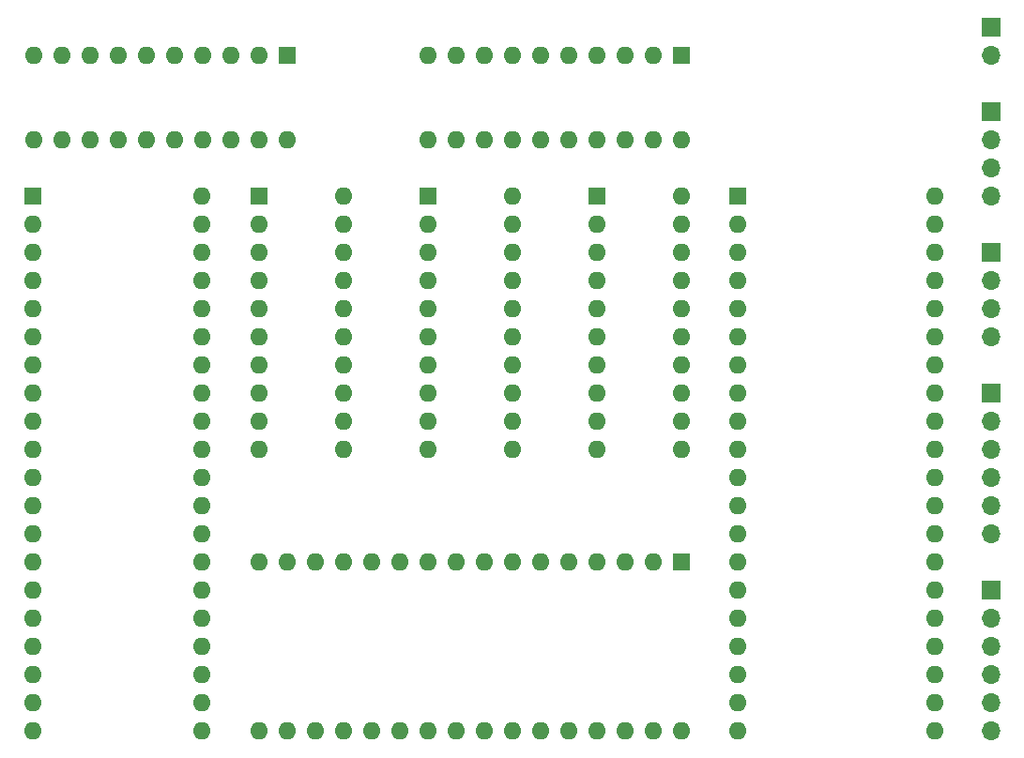
<source format=gts>
G04 #@! TF.GenerationSoftware,KiCad,Pcbnew,6.0.5-a6ca702e91~116~ubuntu20.04.1*
G04 #@! TF.CreationDate,2022-05-31T07:59:30+02:00*
G04 #@! TF.ProjectId,PZ1_Pico,505a315f-5069-4636-9f2e-6b696361645f,rev?*
G04 #@! TF.SameCoordinates,Original*
G04 #@! TF.FileFunction,Soldermask,Top*
G04 #@! TF.FilePolarity,Negative*
%FSLAX46Y46*%
G04 Gerber Fmt 4.6, Leading zero omitted, Abs format (unit mm)*
G04 Created by KiCad (PCBNEW 6.0.5-a6ca702e91~116~ubuntu20.04.1) date 2022-05-31 07:59:30*
%MOMM*%
%LPD*%
G01*
G04 APERTURE LIST*
%ADD10R,1.600000X1.600000*%
%ADD11O,1.600000X1.600000*%
%ADD12R,1.700000X1.700000*%
%ADD13O,1.700000X1.700000*%
G04 APERTURE END LIST*
D10*
X147320000Y-93980000D03*
D11*
X144780000Y-93980000D03*
X142240000Y-93980000D03*
X139700000Y-93980000D03*
X137160000Y-93980000D03*
X134620000Y-93980000D03*
X132080000Y-93980000D03*
X129540000Y-93980000D03*
X127000000Y-93980000D03*
X124460000Y-93980000D03*
X124460000Y-101600000D03*
X127000000Y-101600000D03*
X129540000Y-101600000D03*
X132080000Y-101600000D03*
X134620000Y-101600000D03*
X137160000Y-101600000D03*
X139700000Y-101600000D03*
X142240000Y-101600000D03*
X144780000Y-101600000D03*
X147320000Y-101600000D03*
D10*
X175260000Y-106685000D03*
D11*
X175260000Y-109225000D03*
X175260000Y-111765000D03*
X175260000Y-114305000D03*
X175260000Y-116845000D03*
X175260000Y-119385000D03*
X175260000Y-121925000D03*
X175260000Y-124465000D03*
X175260000Y-127005000D03*
X175260000Y-129545000D03*
X182880000Y-129545000D03*
X182880000Y-127005000D03*
X182880000Y-124465000D03*
X182880000Y-121925000D03*
X182880000Y-119385000D03*
X182880000Y-116845000D03*
X182880000Y-114305000D03*
X182880000Y-111765000D03*
X182880000Y-109225000D03*
X182880000Y-106685000D03*
D10*
X182880000Y-139720000D03*
D11*
X180340000Y-139720000D03*
X177800000Y-139720000D03*
X175260000Y-139720000D03*
X172720000Y-139720000D03*
X170180000Y-139720000D03*
X167640000Y-139720000D03*
X165100000Y-139720000D03*
X162560000Y-139720000D03*
X160020000Y-139720000D03*
X157480000Y-139720000D03*
X154940000Y-139720000D03*
X152400000Y-139720000D03*
X149860000Y-139720000D03*
X147320000Y-139720000D03*
X144780000Y-139720000D03*
X144780000Y-154960000D03*
X147320000Y-154960000D03*
X149860000Y-154960000D03*
X152400000Y-154960000D03*
X154940000Y-154960000D03*
X157480000Y-154960000D03*
X160020000Y-154960000D03*
X162560000Y-154960000D03*
X165100000Y-154960000D03*
X167640000Y-154960000D03*
X170180000Y-154960000D03*
X172720000Y-154960000D03*
X175260000Y-154960000D03*
X177800000Y-154960000D03*
X180340000Y-154960000D03*
X182880000Y-154960000D03*
D10*
X160020000Y-106685000D03*
D11*
X160020000Y-109225000D03*
X160020000Y-111765000D03*
X160020000Y-114305000D03*
X160020000Y-116845000D03*
X160020000Y-119385000D03*
X160020000Y-121925000D03*
X160020000Y-124465000D03*
X160020000Y-127005000D03*
X160020000Y-129545000D03*
X167640000Y-129545000D03*
X167640000Y-127005000D03*
X167640000Y-124465000D03*
X167640000Y-121925000D03*
X167640000Y-119385000D03*
X167640000Y-116845000D03*
X167640000Y-114305000D03*
X167640000Y-111765000D03*
X167640000Y-109225000D03*
X167640000Y-106685000D03*
D12*
X210820000Y-111760000D03*
D13*
X210820000Y-114300000D03*
X210820000Y-116840000D03*
X210820000Y-119380000D03*
D10*
X124455000Y-106680000D03*
D11*
X124455000Y-109220000D03*
X124455000Y-111760000D03*
X124455000Y-114300000D03*
X124455000Y-116840000D03*
X124455000Y-119380000D03*
X124455000Y-121920000D03*
X124455000Y-124460000D03*
X124455000Y-127000000D03*
X124455000Y-129540000D03*
X124455000Y-132080000D03*
X124455000Y-134620000D03*
X124455000Y-137160000D03*
X124455000Y-139700000D03*
X124455000Y-142240000D03*
X124455000Y-144780000D03*
X124455000Y-147320000D03*
X124455000Y-149860000D03*
X124455000Y-152400000D03*
X124455000Y-154940000D03*
X139695000Y-154940000D03*
X139695000Y-152400000D03*
X139695000Y-149860000D03*
X139695000Y-147320000D03*
X139695000Y-144780000D03*
X139695000Y-142240000D03*
X139695000Y-139700000D03*
X139695000Y-137160000D03*
X139695000Y-134620000D03*
X139695000Y-132080000D03*
X139695000Y-129540000D03*
X139695000Y-127000000D03*
X139695000Y-124460000D03*
X139695000Y-121920000D03*
X139695000Y-119380000D03*
X139695000Y-116840000D03*
X139695000Y-114300000D03*
X139695000Y-111760000D03*
X139695000Y-109220000D03*
X139695000Y-106680000D03*
D12*
X210820000Y-142240000D03*
D13*
X210820000Y-144780000D03*
X210820000Y-147320000D03*
X210820000Y-149860000D03*
X210820000Y-152400000D03*
X210820000Y-154940000D03*
D12*
X210820000Y-99060000D03*
D13*
X210820000Y-101600000D03*
X210820000Y-104140000D03*
X210820000Y-106680000D03*
D12*
X210820000Y-91440000D03*
D13*
X210820000Y-93980000D03*
D10*
X187960000Y-106680000D03*
D11*
X187960000Y-109220000D03*
X187960000Y-111760000D03*
X187960000Y-114300000D03*
X187960000Y-116840000D03*
X187960000Y-119380000D03*
X187960000Y-121920000D03*
X187960000Y-124460000D03*
X187960000Y-127000000D03*
X187960000Y-129540000D03*
X187960000Y-132080000D03*
X187960000Y-134620000D03*
X187960000Y-137160000D03*
X187960000Y-139700000D03*
X187960000Y-142240000D03*
X187960000Y-144780000D03*
X187960000Y-147320000D03*
X187960000Y-149860000D03*
X187960000Y-152400000D03*
X187960000Y-154940000D03*
X205740000Y-154940000D03*
X205740000Y-152400000D03*
X205740000Y-149860000D03*
X205740000Y-147320000D03*
X205740000Y-144780000D03*
X205740000Y-142240000D03*
X205740000Y-139700000D03*
X205740000Y-137160000D03*
X205740000Y-134620000D03*
X205740000Y-132080000D03*
X205740000Y-129540000D03*
X205740000Y-127000000D03*
X205740000Y-124460000D03*
X205740000Y-121920000D03*
X205740000Y-119380000D03*
X205740000Y-116840000D03*
X205740000Y-114300000D03*
X205740000Y-111760000D03*
X205740000Y-109220000D03*
X205740000Y-106680000D03*
D12*
X210820000Y-124460000D03*
D13*
X210820000Y-127000000D03*
X210820000Y-129540000D03*
X210820000Y-132080000D03*
X210820000Y-134620000D03*
X210820000Y-137160000D03*
D10*
X182880000Y-93980000D03*
D11*
X180340000Y-93980000D03*
X177800000Y-93980000D03*
X175260000Y-93980000D03*
X172720000Y-93980000D03*
X170180000Y-93980000D03*
X167640000Y-93980000D03*
X165100000Y-93980000D03*
X162560000Y-93980000D03*
X160020000Y-93980000D03*
X160020000Y-101600000D03*
X162560000Y-101600000D03*
X165100000Y-101600000D03*
X167640000Y-101600000D03*
X170180000Y-101600000D03*
X172720000Y-101600000D03*
X175260000Y-101600000D03*
X177800000Y-101600000D03*
X180340000Y-101600000D03*
X182880000Y-101600000D03*
D10*
X144780000Y-106685000D03*
D11*
X144780000Y-109225000D03*
X144780000Y-111765000D03*
X144780000Y-114305000D03*
X144780000Y-116845000D03*
X144780000Y-119385000D03*
X144780000Y-121925000D03*
X144780000Y-124465000D03*
X144780000Y-127005000D03*
X144780000Y-129545000D03*
X152400000Y-129545000D03*
X152400000Y-127005000D03*
X152400000Y-124465000D03*
X152400000Y-121925000D03*
X152400000Y-119385000D03*
X152400000Y-116845000D03*
X152400000Y-114305000D03*
X152400000Y-111765000D03*
X152400000Y-109225000D03*
X152400000Y-106685000D03*
M02*

</source>
